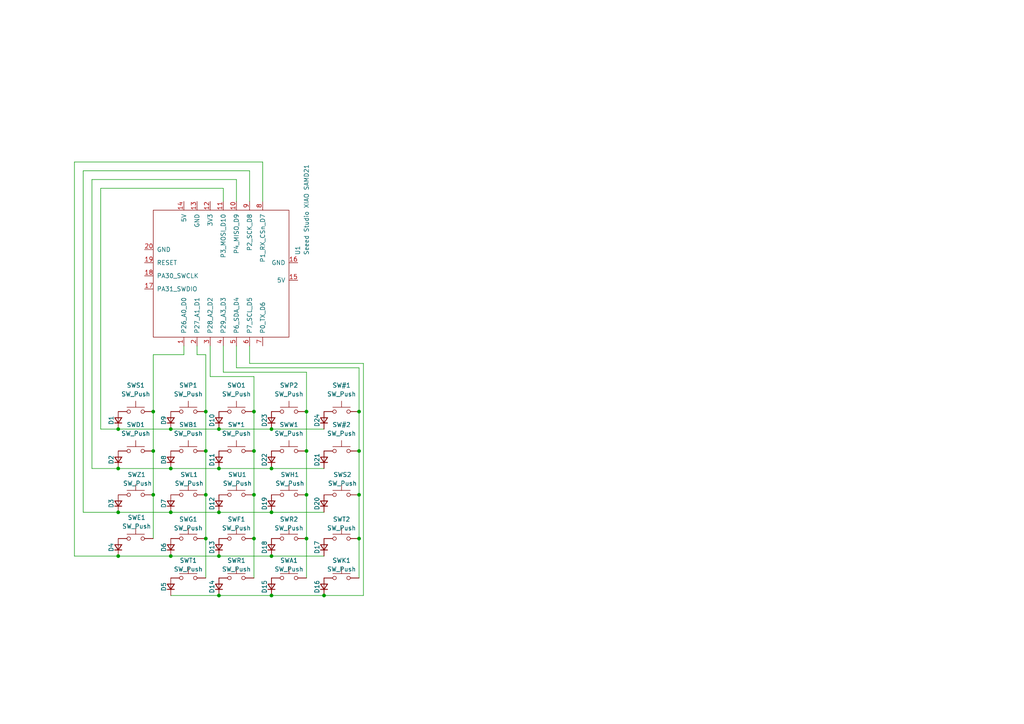
<source format=kicad_sch>
(kicad_sch (version 20231120) (generator "eeschema") (generator_version "8.0")
  (paper "A4")
  (lib_symbols
    (symbol "Device:D_Small" (pin_numbers hide) (pin_names (offset 0.254) hide)
      (property "Reference" "D" (at -1.27 2.032 0))
      (property "Value" "D_Small" (at -3.81 -2.032 0))
      (symbol "D_Small_0_1"
        (polyline (pts (xy -0.762 -1.016) (xy -0.762 1.016)) (stroke (width 0.254)))
        (polyline (pts (xy -0.762 0) (xy 0.762 0)))
        (polyline (pts (xy 0.762 -1.016) (xy -0.762 0) (xy 0.762 1.016) (xy 0.762 -1.016)) (stroke (width 0.254)))
      )
      (symbol "D_Small_1_1"
        (pin passive line (at -2.54 0 0) (length 1.778) (name "K") (number "1"))
        (pin passive line (at 2.54 0 180) (length 1.778) (name "A") (number "2"))
      )
    )
    (symbol "Seeed_Studio_XIAO_Series:Seeed Studio XIAO RP2040" (pin_names (offset 1.016))
      (property "Reference" "U" (at -19.05 22.86 0))
      (property "Value" "Seeed Studio XIAO RP2040" (at -12.7 21.59 0))
      (symbol "Seeed Studio XIAO RP2040_0_1"
        (rectangle (start -19.05 20.32) (end 17.78 -19.05))
      )
      (symbol "Seeed Studio XIAO RP2040_1_1"
        (pin unspecified line (at -21.59 11.43 0) (length 2.54) (name "P26_A0_D0") (number "1"))
        (pin unspecified line (at 20.32 -3.81 180) (length 2.54) (name "P4_MISO_D9") (number "10"))
        (pin unspecified line (at 20.32 0 180) (length 2.54) (name "P3_MOSI_D10") (number "11"))
        (pin unspecified line (at 20.32 3.81 180) (length 2.54) (name "3V3") (number "12"))
        (pin unspecified line (at 20.32 7.62 180) (length 2.54) (name "GND") (number "13"))
        (pin unspecified line (at 20.32 11.43 180) (length 2.54) (name "5V") (number "14"))
        (pin input line (at -2.54 -21.59 90) (length 2.54) (name "5V") (number "15"))
        (pin input line (at 2.54 -21.59 90) (length 2.54) (name "GND") (number "16"))
        (pin input line (at -5.08 22.86 270) (length 2.54) (name "PA31_SWDIO") (number "17"))
        (pin input line (at -1.27 22.86 270) (length 2.54) (name "PA30_SWCLK") (number "18"))
        (pin input line (at 2.54 22.86 270) (length 2.54) (name "RESET") (number "19"))
        (pin unspecified line (at -21.59 7.62 0) (length 2.54) (name "P27_A1_D1") (number "2"))
        (pin input line (at 6.35 22.86 270) (length 2.54) (name "GND") (number "20"))
        (pin unspecified line (at -21.59 3.81 0) (length 2.54) (name "P28_A2_D2") (number "3"))
        (pin unspecified line (at -21.59 0 0) (length 2.54) (name "P29_A3_D3") (number "4"))
        (pin unspecified line (at -21.59 -3.81 0) (length 2.54) (name "P6_SDA_D4") (number "5"))
        (pin unspecified line (at -21.59 -7.62 0) (length 2.54) (name "P7_SCL_D5") (number "6"))
        (pin unspecified line (at -21.59 -11.43 0) (length 2.54) (name "P0_TX_D6") (number "7"))
        (pin unspecified line (at 20.32 -11.43 180) (length 2.54) (name "P1_RX_CSn_D7") (number "8"))
        (pin unspecified line (at 20.32 -7.62 180) (length 2.54) (name "P2_SCK_D8") (number "9"))
      )
    )
    (symbol "Switch:SW_Push" (pin_numbers hide) (pin_names (offset 1.016) hide)
      (property "Reference" "SW" (at 1.27 2.54 0))
      (property "Value" "SW_Push" (at 0 -1.524 0))
      (symbol "SW_Push_0_1"
        (circle (center -2.032 0) (radius 0.508))
        (polyline (pts (xy 0 1.27) (xy 0 3.048)))
        (polyline (pts (xy 2.54 1.27) (xy -2.54 1.27)))
        (circle (center 2.032 0) (radius 0.508))
        (pin passive line (at -5.08 0 0) (length 2.54) (name "1") (number "1"))
        (pin passive line (at 5.08 0 180) (length 2.54) (name "2") (number "2"))
      )
    )
  )
  (junction (at 34.29 124.46))
  (junction (at 93.98 172.72))
  (junction (at 63.5 172.72))
  (junction (at 63.5 135.89))
  (junction (at 49.53 148.59))
  (junction (at 73.66 130.81))
  (junction (at 88.9 156.21))
  (junction (at 88.9 130.81))
  (junction (at 104.14 143.51))
  (junction (at 44.45 130.81))
  (junction (at 73.66 156.21))
  (junction (at 63.5 124.46))
  (junction (at 78.74 135.89))
  (junction (at 63.5 161.29))
  (junction (at 104.14 156.21))
  (junction (at 78.74 161.29))
  (junction (at 88.9 143.51))
  (junction (at 88.9 119.38))
  (junction (at 59.69 130.81))
  (junction (at 59.69 119.38))
  (junction (at 78.74 172.72))
  (junction (at 44.45 119.38))
  (junction (at 49.53 161.29))
  (junction (at 49.53 135.89))
  (junction (at 59.69 143.51))
  (junction (at 34.29 148.59))
  (junction (at 59.69 156.21))
  (junction (at 34.29 135.89))
  (junction (at 73.66 119.38))
  (junction (at 104.14 130.81))
  (junction (at 49.53 124.46))
  (junction (at 63.5 148.59))
  (junction (at 34.29 161.29))
  (junction (at 78.74 124.46))
  (junction (at 73.66 143.51))
  (junction (at 78.74 148.59))
  (junction (at 44.45 143.51))
  (junction (at 104.14 119.38))
  (wire (pts (xy 73.66 119.38) (xy 73.66 130.81)))
  (wire (pts (xy 73.66 130.81) (xy 73.66 143.51)))
  (wire (pts (xy 49.53 161.29) (xy 63.5 161.29)))
  (wire (pts (xy 78.74 135.89) (xy 93.98 135.89)))
  (wire (pts (xy 104.14 130.81) (xy 104.14 143.51)))
  (wire (pts (xy 26.67 52.07) (xy 68.58 52.07)))
  (wire (pts (xy 78.74 124.46) (xy 93.98 124.46)))
  (wire (pts (xy 93.98 172.72) (xy 105.41 172.72)))
  (wire (pts (xy 76.2 46.99) (xy 76.2 58.42)))
  (wire (pts (xy 59.69 119.38) (xy 59.69 130.81)))
  (wire (pts (xy 34.29 161.29) (xy 49.53 161.29)))
  (wire (pts (xy 72.39 49.53) (xy 72.39 58.42)))
  (wire (pts (xy 59.69 156.21) (xy 59.69 167.64)))
  (wire (pts (xy 63.5 135.89) (xy 78.74 135.89)))
  (wire (pts (xy 59.69 143.51) (xy 59.69 156.21)))
  (wire (pts (xy 63.5 172.72) (xy 78.74 172.72)))
  (wire (pts (xy 44.45 119.38) (xy 44.45 130.81)))
  (wire (pts (xy 105.41 105.41) (xy 105.41 172.72)))
  (wire (pts (xy 64.77 58.42) (xy 64.77 54.61)))
  (wire (pts (xy 49.53 148.59) (xy 63.5 148.59)))
  (wire (pts (xy 53.34 102.87) (xy 44.45 102.87)))
  (wire (pts (xy 104.14 143.51) (xy 104.14 156.21)))
  (wire (pts (xy 26.67 135.89) (xy 26.67 52.07)))
  (wire (pts (xy 88.9 107.95) (xy 88.9 119.38)))
  (wire (pts (xy 34.29 148.59) (xy 49.53 148.59)))
  (wire (pts (xy 64.77 54.61) (xy 29.21 54.61)))
  (wire (pts (xy 34.29 161.29) (xy 21.59 161.29)))
  (wire (pts (xy 34.29 135.89) (xy 26.67 135.89)))
  (wire (pts (xy 63.5 148.59) (xy 78.74 148.59)))
  (wire (pts (xy 64.77 107.95) (xy 88.9 107.95)))
  (wire (pts (xy 44.45 130.81) (xy 44.45 143.51)))
  (wire (pts (xy 104.14 106.68) (xy 104.14 119.38)))
  (wire (pts (xy 88.9 130.81) (xy 88.9 143.51)))
  (wire (pts (xy 59.69 102.87) (xy 59.69 119.38)))
  (wire (pts (xy 104.14 119.38) (xy 104.14 130.81)))
  (wire (pts (xy 72.39 105.41) (xy 105.41 105.41)))
  (wire (pts (xy 44.45 143.51) (xy 44.45 156.21)))
  (wire (pts (xy 34.29 124.46) (xy 49.53 124.46)))
  (wire (pts (xy 24.13 49.53) (xy 72.39 49.53)))
  (wire (pts (xy 34.29 148.59) (xy 24.13 148.59)))
  (wire (pts (xy 88.9 119.38) (xy 88.9 130.81)))
  (wire (pts (xy 24.13 148.59) (xy 24.13 49.53)))
  (wire (pts (xy 21.59 46.99) (xy 76.2 46.99)))
  (wire (pts (xy 60.96 109.22) (xy 73.66 109.22)))
  (wire (pts (xy 29.21 54.61) (xy 29.21 124.46)))
  (wire (pts (xy 34.29 135.89) (xy 49.53 135.89)))
  (wire (pts (xy 72.39 100.33) (xy 72.39 105.41)))
  (wire (pts (xy 73.66 109.22) (xy 73.66 119.38)))
  (wire (pts (xy 78.74 172.72) (xy 93.98 172.72)))
  (wire (pts (xy 104.14 156.21) (xy 104.14 167.64)))
  (wire (pts (xy 57.15 100.33) (xy 57.15 102.87)))
  (wire (pts (xy 49.53 124.46) (xy 63.5 124.46)))
  (wire (pts (xy 29.21 124.46) (xy 34.29 124.46)))
  (wire (pts (xy 88.9 143.51) (xy 88.9 156.21)))
  (wire (pts (xy 73.66 156.21) (xy 73.66 167.64)))
  (wire (pts (xy 59.69 130.81) (xy 59.69 143.51)))
  (wire (pts (xy 63.5 161.29) (xy 78.74 161.29)))
  (wire (pts (xy 78.74 161.29) (xy 93.98 161.29)))
  (wire (pts (xy 49.53 172.72) (xy 63.5 172.72)))
  (wire (pts (xy 78.74 148.59) (xy 93.98 148.59)))
  (wire (pts (xy 88.9 156.21) (xy 88.9 167.64)))
  (wire (pts (xy 21.59 161.29) (xy 21.59 46.99)))
  (wire (pts (xy 68.58 52.07) (xy 68.58 58.42)))
  (wire (pts (xy 64.77 100.33) (xy 64.77 107.95)))
  (wire (pts (xy 68.58 106.68) (xy 104.14 106.68)))
  (wire (pts (xy 57.15 102.87) (xy 59.69 102.87)))
  (wire (pts (xy 60.96 100.33) (xy 60.96 109.22)))
  (wire (pts (xy 53.34 100.33) (xy 53.34 102.87)))
  (wire (pts (xy 44.45 102.87) (xy 44.45 119.38)))
  (wire (pts (xy 63.5 124.46) (xy 78.74 124.46)))
  (wire (pts (xy 68.58 100.33) (xy 68.58 106.68)))
  (wire (pts (xy 49.53 135.89) (xy 63.5 135.89)))
  (wire (pts (xy 73.66 143.51) (xy 73.66 156.21)))
  (symbol (lib_id "Switch:SW_Push") (at 68.58 143.51 0) (unit 1)
    (property "Reference" "SWU1" (at 68.834 137.668 0))
    (property "Value" "SW_Push" (at 68.834 140.208 0))
    (property "Footprint" "Button_Switch_Keyboard:SW_Matias_1.00u" (effects (hide yes)))
    (property "Description" "Push button switch, generic, two pins" (effects (hide yes)))
  )
  (symbol (lib_id "Switch:SW_Push") (at 83.82 130.81 0) (mirror y) (unit 1)
    (property "Reference" "SWW1" (at 83.82 123.19 0))
    (property "Value" "SW_Push" (at 83.82 125.73 0))
    (property "Footprint" "Button_Switch_Keyboard:SW_Matias_1.00u" (effects (hide yes)))
    (property "Description" "Push button switch, generic, two pins" (effects (hide yes)))
  )
  (symbol (lib_id "Switch:SW_Push") (at 54.61 143.51 0) (unit 1)
    (property "Reference" "SWL1" (at 54.864 137.668 0))
    (property "Value" "SW_Push" (at 54.864 140.208 0))
    (property "Footprint" "Button_Switch_Keyboard:SW_Matias_1.00u" (effects (hide yes)))
    (property "Description" "Push button switch, generic, two pins" (effects (hide yes)))
  )
  (symbol (lib_id "Device:D_Small") (at 93.98 121.92 90) (unit 1)
    (property "Reference" "D24" (at 91.948 121.92 0))
    (property "Value" "D_Small" (effects (hide yes)))
    (property "Footprint" "Diode_THT:D_DO-41_SOD81_P7.62mm_Horizontal" (effects (hide yes)))
    (property "Description" "Diode, small symbol" (effects (hide yes)))
    (property "Sim.Device" "D" (effects (hide yes)))
    (property "Sim.Pins" "1=K 2=A" (effects (hide yes)))
  )
  (symbol (lib_id "Switch:SW_Push") (at 83.82 119.38 0) (mirror y) (unit 1)
    (property "Reference" "SWP2" (at 83.82 111.76 0))
    (property "Value" "SW_Push" (at 83.82 114.3 0))
    (property "Footprint" "Button_Switch_Keyboard:SW_Matias_1.00u" (effects (hide yes)))
    (property "Description" "Push button switch, generic, two pins" (effects (hide yes)))
  )
  (symbol (lib_id "Switch:SW_Push") (at 39.37 156.21 0) (unit 1)
    (property "Reference" "SWE1" (at 39.624 150.114 0))
    (property "Value" "SW_Push" (at 39.624 152.654 0))
    (property "Footprint" "Button_Switch_Keyboard:SW_Matias_1.00u" (effects (hide yes)))
    (property "Description" "Push button switch, generic, two pins" (effects (hide yes)))
  )
  (symbol (lib_id "Device:D_Small") (at 49.53 133.35 90) (unit 1)
    (property "Reference" "D8" (at 47.498 133.35 0))
    (property "Value" "D_Small" (effects (hide yes)))
    (property "Footprint" "Diode_THT:D_DO-41_SOD81_P7.62mm_Horizontal" (effects (hide yes)))
    (property "Description" "Diode, small symbol" (effects (hide yes)))
    (property "Sim.Device" "D" (effects (hide yes)))
    (property "Sim.Pins" "1=K 2=A" (effects (hide yes)))
  )
  (symbol (lib_id "Switch:SW_Push") (at 39.37 119.38 0) (unit 1)
    (property "Reference" "SWS1" (at 39.37 111.76 0))
    (property "Value" "SW_Push" (at 39.37 114.3 0))
    (property "Footprint" "Button_Switch_Keyboard:SW_Matias_1.00u" (effects (hide yes)))
    (property "Description" "Push button switch, generic, two pins" (effects (hide yes)))
  )
  (symbol (lib_id "Device:D_Small") (at 34.29 158.75 90) (unit 1)
    (property "Reference" "D4" (at 32.258 158.75 0))
    (property "Value" "D_Small" (effects (hide yes)))
    (property "Footprint" "Diode_THT:D_DO-41_SOD81_P7.62mm_Horizontal" (effects (hide yes)))
    (property "Description" "Diode, small symbol" (effects (hide yes)))
    (property "Sim.Device" "D" (effects (hide yes)))
    (property "Sim.Pins" "1=K 2=A" (effects (hide yes)))
  )
  (symbol (lib_id "Switch:SW_Push") (at 54.61 156.21 0) (unit 1)
    (property "Reference" "SWG1" (at 54.61 150.622 0))
    (property "Value" "SW_Push" (at 54.61 153.162 0))
    (property "Footprint" "Button_Switch_Keyboard:SW_Matias_1.00u" (effects (hide yes)))
    (property "Description" "Push button switch, generic, two pins" (effects (hide yes)))
  )
  (symbol (lib_id "Device:D_Small") (at 49.53 158.75 90) (unit 1)
    (property "Reference" "D6" (at 47.498 158.75 0))
    (property "Value" "D_Small" (effects (hide yes)))
    (property "Footprint" "Diode_THT:D_DO-41_SOD81_P7.62mm_Horizontal" (effects (hide yes)))
    (property "Description" "Diode, small symbol" (effects (hide yes)))
    (property "Sim.Device" "D" (effects (hide yes)))
    (property "Sim.Pins" "1=K 2=A" (effects (hide yes)))
  )
  (symbol (lib_id "Switch:SW_Push") (at 54.61 119.38 0) (unit 1)
    (property "Reference" "SWP1" (at 54.61 111.76 0))
    (property "Value" "SW_Push" (at 54.61 114.3 0))
    (property "Footprint" "Button_Switch_Keyboard:SW_Matias_1.00u" (effects (hide yes)))
    (property "Description" "Push button switch, generic, two pins" (effects (hide yes)))
  )
  (symbol (lib_id "Device:D_Small") (at 49.53 170.18 90) (unit 1)
    (property "Reference" "D5" (at 47.498 170.18 0))
    (property "Value" "D_Small" (effects (hide yes)))
    (property "Footprint" "Diode_THT:D_DO-41_SOD81_P7.62mm_Horizontal" (effects (hide yes)))
    (property "Description" "Diode, small symbol" (effects (hide yes)))
    (property "Sim.Device" "D" (effects (hide yes)))
    (property "Sim.Pins" "1=K 2=A" (effects (hide yes)))
  )
  (symbol (lib_id "Device:D_Small") (at 63.5 133.35 90) (unit 1)
    (property "Reference" "D11" (at 61.468 133.35 0))
    (property "Value" "D_Small" (effects (hide yes)))
    (property "Footprint" "Diode_THT:D_DO-41_SOD81_P7.62mm_Horizontal" (effects (hide yes)))
    (property "Description" "Diode, small symbol" (effects (hide yes)))
    (property "Sim.Device" "D" (effects (hide yes)))
    (property "Sim.Pins" "1=K 2=A" (effects (hide yes)))
  )
  (symbol (lib_id "Device:D_Small") (at 93.98 133.35 90) (unit 1)
    (property "Reference" "D21" (at 91.948 133.35 0))
    (property "Value" "D_Small" (effects (hide yes)))
    (property "Footprint" "Diode_THT:D_DO-41_SOD81_P7.62mm_Horizontal" (effects (hide yes)))
    (property "Description" "Diode, small symbol" (effects (hide yes)))
    (property "Sim.Device" "D" (effects (hide yes)))
    (property "Sim.Pins" "1=K 2=A" (effects (hide yes)))
  )
  (symbol (lib_id "Switch:SW_Push") (at 68.58 130.81 0) (unit 1)
    (property "Reference" "SW*1" (at 68.58 123.19 0))
    (property "Value" "SW_Push" (at 68.58 125.73 0))
    (property "Footprint" "Button_Switch_Keyboard:SW_Matias_1.00u" (effects (hide yes)))
    (property "Description" "Push button switch, generic, two pins" (effects (hide yes)))
  )
  (symbol (lib_id "Device:D_Small") (at 34.29 133.35 90) (unit 1)
    (property "Reference" "D2" (at 32.258 133.35 0))
    (property "Value" "D_Small" (effects (hide yes)))
    (property "Footprint" "Diode_THT:D_DO-41_SOD81_P7.62mm_Horizontal" (effects (hide yes)))
    (property "Description" "Diode, small symbol" (effects (hide yes)))
    (property "Sim.Device" "D" (effects (hide yes)))
    (property "Sim.Pins" "1=K 2=A" (effects (hide yes)))
  )
  (symbol (lib_id "Device:D_Small") (at 93.98 146.05 90) (unit 1)
    (property "Reference" "D20" (at 91.948 146.05 0))
    (property "Value" "D_Small" (effects (hide yes)))
    (property "Footprint" "Diode_THT:D_DO-41_SOD81_P7.62mm_Horizontal" (effects (hide yes)))
    (property "Description" "Diode, small symbol" (effects (hide yes)))
    (property "Sim.Device" "D" (effects (hide yes)))
    (property "Sim.Pins" "1=K 2=A" (effects (hide yes)))
  )
  (symbol (lib_id "Switch:SW_Push") (at 68.58 119.38 0) (unit 1)
    (property "Reference" "SWO1" (at 68.58 111.76 0))
    (property "Value" "SW_Push" (at 68.58 114.3 0))
    (property "Footprint" "Button_Switch_Keyboard:SW_Matias_1.00u" (effects (hide yes)))
    (property "Description" "Push button switch, generic, two pins" (effects (hide yes)))
  )
  (symbol (lib_id "Switch:SW_Push") (at 83.82 167.64 0) (mirror y) (unit 1)
    (property "Reference" "SWA1" (at 83.82 162.56 0))
    (property "Value" "SW_Push" (at 83.82 165.1 0))
    (property "Footprint" "Button_Switch_Keyboard:SW_Matias_1.00u" (effects (hide yes)))
    (property "Description" "Push button switch, generic, two pins" (effects (hide yes)))
  )
  (symbol (lib_id "Switch:SW_Push") (at 54.61 167.64 0) (unit 1)
    (property "Reference" "SWT1" (at 54.61 162.56 0))
    (property "Value" "SW_Push" (at 54.61 165.1 0))
    (property "Footprint" "Button_Switch_Keyboard:SW_Matias_1.00u" (effects (hide yes)))
    (property "Description" "Push button switch, generic, two pins" (effects (hide yes)))
  )
  (symbol (lib_id "Device:D_Small") (at 78.74 146.05 90) (unit 1)
    (property "Reference" "D19" (at 76.708 146.05 0))
    (property "Value" "D_Small" (effects (hide yes)))
    (property "Footprint" "Diode_THT:D_DO-41_SOD81_P7.62mm_Horizontal" (effects (hide yes)))
    (property "Description" "Diode, small symbol" (effects (hide yes)))
    (property "Sim.Device" "D" (effects (hide yes)))
    (property "Sim.Pins" "1=K 2=A" (effects (hide yes)))
  )
  (symbol (lib_id "Device:D_Small") (at 63.5 170.18 90) (unit 1)
    (property "Reference" "D14" (at 61.468 170.18 0))
    (property "Value" "D_Small" (effects (hide yes)))
    (property "Footprint" "Diode_THT:D_DO-41_SOD81_P7.62mm_Horizontal" (effects (hide yes)))
    (property "Description" "Diode, small symbol" (effects (hide yes)))
    (property "Sim.Device" "D" (effects (hide yes)))
    (property "Sim.Pins" "1=K 2=A" (effects (hide yes)))
  )
  (symbol (lib_id "Switch:SW_Push") (at 99.06 119.38 0) (unit 1)
    (property "Reference" "SW#1" (at 99.06 111.76 0))
    (property "Value" "SW_Push" (at 99.06 114.3 0))
    (property "Footprint" "Button_Switch_Keyboard:SW_Matias_1.00u" (effects (hide yes)))
    (property "Description" "Push button switch, generic, two pins" (effects (hide yes)))
  )
  (symbol (lib_id "Device:D_Small") (at 78.74 170.18 90) (unit 1)
    (property "Reference" "D15" (at 76.708 170.18 0))
    (property "Value" "D_Small" (effects (hide yes)))
    (property "Footprint" "Diode_THT:D_DO-41_SOD81_P7.62mm_Horizontal" (effects (hide yes)))
    (property "Description" "Diode, small symbol" (effects (hide yes)))
    (property "Sim.Device" "D" (effects (hide yes)))
    (property "Sim.Pins" "1=K 2=A" (effects (hide yes)))
  )
  (symbol (lib_id "Device:D_Small") (at 93.98 158.75 90) (unit 1)
    (property "Reference" "D17" (at 91.948 158.75 0))
    (property "Value" "D_Small" (effects (hide yes)))
    (property "Footprint" "Diode_THT:D_DO-41_SOD81_P7.62mm_Horizontal" (effects (hide yes)))
    (property "Description" "Diode, small symbol" (effects (hide yes)))
    (property "Sim.Device" "D" (effects (hide yes)))
    (property "Sim.Pins" "1=K 2=A" (effects (hide yes)))
  )
  (symbol (lib_id "Seeed_Studio_XIAO_Series:Seeed Studio XIAO RP2040") (at 64.77 78.74 90) (unit 1)
    (property "Reference" "U1" (at 86.36 74.0059 0) (effects (justify left)))
    (property "Value" "Seeed Studio XIAO SAMD21" (at 88.9 74.0059 0) (effects (justify left)))
    (property "Footprint" "footprints:XIAO-SAMD21-RP2040-14P-2.54-21X17.8MM (Seeeduino XIAO)" (effects (hide yes)))
  )
  (symbol (lib_id "Device:D_Small") (at 78.74 133.35 90) (unit 1)
    (property "Reference" "D22" (at 76.708 133.35 0))
    (property "Value" "D_Small" (effects (hide yes)))
    (property "Footprint" "Diode_THT:D_DO-41_SOD81_P7.62mm_Horizontal" (effects (hide yes)))
    (property "Description" "Diode, small symbol" (effects (hide yes)))
    (property "Sim.Device" "D" (effects (hide yes)))
    (property "Sim.Pins" "1=K 2=A" (effects (hide yes)))
  )
  (symbol (lib_id "Device:D_Small") (at 34.29 146.05 90) (unit 1)
    (property "Reference" "D3" (at 32.258 146.05 0))
    (property "Value" "D_Small" (effects (hide yes)))
    (property "Footprint" "Diode_THT:D_DO-41_SOD81_P7.62mm_Horizontal" (effects (hide yes)))
    (property "Description" "Diode, small symbol" (effects (hide yes)))
    (property "Sim.Device" "D" (effects (hide yes)))
    (property "Sim.Pins" "1=K 2=A" (effects (hide yes)))
  )
  (symbol (lib_id "Device:D_Small") (at 63.5 146.05 90) (unit 1)
    (property "Reference" "D12" (at 61.468 146.05 0))
    (property "Value" "D_Small" (effects (hide yes)))
    (property "Footprint" "Diode_THT:D_DO-41_SOD81_P7.62mm_Horizontal" (effects (hide yes)))
    (property "Description" "Diode, small symbol" (effects (hide yes)))
    (property "Sim.Device" "D" (effects (hide yes)))
    (property "Sim.Pins" "1=K 2=A" (effects (hide yes)))
  )
  (symbol (lib_id "Device:D_Small") (at 78.74 121.92 90) (unit 1)
    (property "Reference" "D23" (at 76.708 121.92 0))
    (property "Value" "D_Small" (effects (hide yes)))
    (property "Footprint" "Diode_THT:D_DO-41_SOD81_P7.62mm_Horizontal" (effects (hide yes)))
    (property "Description" "Diode, small symbol" (effects (hide yes)))
    (property "Sim.Device" "D" (effects (hide yes)))
    (property "Sim.Pins" "1=K 2=A" (effects (hide yes)))
  )
  (symbol (lib_id "Switch:SW_Push") (at 68.58 167.64 0) (unit 1)
    (property "Reference" "SWR1" (at 68.58 162.56 0))
    (property "Value" "SW_Push" (at 68.58 165.1 0))
    (property "Footprint" "Button_Switch_Keyboard:SW_Matias_1.00u" (effects (hide yes)))
    (property "Description" "Push button switch, generic, two pins" (effects (hide yes)))
  )
  (symbol (lib_id "Device:D_Small") (at 49.53 146.05 90) (unit 1)
    (property "Reference" "D7" (at 47.498 146.05 0))
    (property "Value" "D_Small" (effects (hide yes)))
    (property "Footprint" "Diode_THT:D_DO-41_SOD81_P7.62mm_Horizontal" (effects (hide yes)))
    (property "Description" "Diode, small symbol" (effects (hide yes)))
    (property "Sim.Device" "D" (effects (hide yes)))
    (property "Sim.Pins" "1=K 2=A" (effects (hide yes)))
  )
  (symbol (lib_id "Device:D_Small") (at 49.53 121.92 90) (unit 1)
    (property "Reference" "D9" (at 47.498 121.92 0))
    (property "Value" "D_Small" (effects (hide yes)))
    (property "Footprint" "Diode_THT:D_DO-41_SOD81_P7.62mm_Horizontal" (effects (hide yes)))
    (property "Description" "Diode, small symbol" (effects (hide yes)))
    (property "Sim.Device" "D" (effects (hide yes)))
    (property "Sim.Pins" "1=K 2=A" (effects (hide yes)))
  )
  (symbol (lib_id "Device:D_Small") (at 63.5 121.92 90) (unit 1)
    (property "Reference" "D10" (at 61.468 121.92 0))
    (property "Value" "D_Small" (effects (hide yes)))
    (property "Footprint" "Diode_THT:D_DO-41_SOD81_P7.62mm_Horizontal" (effects (hide yes)))
    (property "Description" "Diode, small symbol" (effects (hide yes)))
    (property "Sim.Device" "D" (effects (hide yes)))
    (property "Sim.Pins" "1=K 2=A" (effects (hide yes)))
  )
  (symbol (lib_id "Switch:SW_Push") (at 83.82 143.51 0) (mirror y) (unit 1)
    (property "Reference" "SWH1" (at 84.074 137.668 0))
    (property "Value" "SW_Push" (at 84.074 140.208 0))
    (property "Footprint" "Button_Switch_Keyboard:SW_Matias_1.00u" (effects (hide yes)))
    (property "Description" "Push button switch, generic, two pins" (effects (hide yes)))
  )
  (symbol (lib_id "Switch:SW_Push") (at 39.37 130.81 0) (unit 1)
    (property "Reference" "SWD1" (at 39.37 123.19 0))
    (property "Value" "SW_Push" (at 39.37 125.73 0))
    (property "Footprint" "Button_Switch_Keyboard:SW_Matias_1.00u" (effects (hide yes)))
    (property "Description" "Push button switch, generic, two pins" (effects (hide yes)))
  )
  (symbol (lib_id "Switch:SW_Push") (at 99.06 156.21 0) (unit 1)
    (property "Reference" "SWT2" (at 99.06 150.622 0))
    (property "Value" "SW_Push" (at 99.06 153.162 0))
    (property "Footprint" "Button_Switch_Keyboard:SW_Matias_1.00u" (effects (hide yes)))
    (property "Description" "Push button switch, generic, two pins" (effects (hide yes)))
  )
  (symbol (lib_id "Switch:SW_Push") (at 99.06 130.81 0) (unit 1)
    (property "Reference" "SW#2" (at 99.06 123.19 0))
    (property "Value" "SW_Push" (at 99.06 125.73 0))
    (property "Footprint" "Button_Switch_Keyboard:SW_Matias_1.00u" (effects (hide yes)))
    (property "Description" "Push button switch, generic, two pins" (effects (hide yes)))
  )
  (symbol (lib_id "Switch:SW_Push") (at 83.82 156.21 0) (mirror y) (unit 1)
    (property "Reference" "SWR2" (at 83.82 150.622 0))
    (property "Value" "SW_Push" (at 83.82 153.162 0))
    (property "Footprint" "Button_Switch_Keyboard:SW_Matias_1.00u" (effects (hide yes)))
    (property "Description" "Push button switch, generic, two pins" (effects (hide yes)))
  )
  (symbol (lib_id "Switch:SW_Push") (at 68.58 156.21 0) (unit 1)
    (property "Reference" "SWF1" (at 68.58 150.622 0))
    (property "Value" "SW_Push" (at 68.58 153.162 0))
    (property "Footprint" "Button_Switch_Keyboard:SW_Matias_1.00u" (effects (hide yes)))
    (property "Description" "Push button switch, generic, two pins" (effects (hide yes)))
  )
  (symbol (lib_id "Device:D_Small") (at 93.98 170.18 90) (unit 1)
    (property "Reference" "D16" (at 91.948 170.18 0))
    (property "Value" "D_Small" (effects (hide yes)))
    (property "Footprint" "Diode_THT:D_DO-41_SOD81_P7.62mm_Horizontal" (effects (hide yes)))
    (property "Description" "Diode, small symbol" (effects (hide yes)))
    (property "Sim.Device" "D" (effects (hide yes)))
    (property "Sim.Pins" "1=K 2=A" (effects (hide yes)))
  )
  (symbol (lib_id "Switch:SW_Push") (at 99.06 143.51 0) (unit 1)
    (property "Reference" "SWS2" (at 99.314 137.668 0))
    (property "Value" "SW_Push" (at 99.314 140.208 0))
    (property "Footprint" "Button_Switch_Keyboard:SW_Matias_1.00u" (effects (hide yes)))
    (property "Description" "Push button switch, generic, two pins" (effects (hide yes)))
  )
  (symbol (lib_id "Device:D_Small") (at 63.5 158.75 90) (unit 1)
    (property "Reference" "D13" (at 61.468 158.75 0))
    (property "Value" "D_Small" (effects (hide yes)))
    (property "Footprint" "Diode_THT:D_DO-41_SOD81_P7.62mm_Horizontal" (effects (hide yes)))
    (property "Description" "Diode, small symbol" (effects (hide yes)))
    (property "Sim.Device" "D" (effects (hide yes)))
    (property "Sim.Pins" "1=K 2=A" (effects (hide yes)))
  )
  (symbol (lib_id "Switch:SW_Push") (at 54.61 130.81 0) (unit 1)
    (property "Reference" "SWB1" (at 54.61 123.19 0))
    (property "Value" "SW_Push" (at 54.61 125.73 0))
    (property "Footprint" "Button_Switch_Keyboard:SW_Matias_1.00u" (effects (hide yes)))
    (property "Description" "Push button switch, generic, two pins" (effects (hide yes)))
  )
  (symbol (lib_id "Device:D_Small") (at 78.74 158.75 90) (unit 1)
    (property "Reference" "D18" (at 76.708 158.75 0))
    (property "Value" "D_Small" (effects (hide yes)))
    (property "Footprint" "Diode_THT:D_DO-41_SOD81_P7.62mm_Horizontal" (effects (hide yes)))
    (property "Description" "Diode, small symbol" (effects (hide yes)))
    (property "Sim.Device" "D" (effects (hide yes)))
    (property "Sim.Pins" "1=K 2=A" (effects (hide yes)))
  )
  (symbol (lib_id "Device:D_Small") (at 34.29 121.92 90) (unit 1)
    (property "Reference" "D1" (at 32.258 121.92 0))
    (property "Value" "D_Small" (effects (hide yes)))
    (property "Footprint" "Diode_THT:D_DO-41_SOD81_P7.62mm_Horizontal" (effects (hide yes)))
    (property "Description" "Diode, small symbol" (effects (hide yes)))
    (property "Sim.Device" "D" (effects (hide yes)))
    (property "Sim.Pins" "1=K 2=A" (effects (hide yes)))
  )
  (symbol (lib_id "Switch:SW_Push") (at 39.37 143.51 0) (unit 1)
    (property "Reference" "SWZ1" (at 39.624 137.668 0))
    (property "Value" "SW_Push" (at 39.878 140.208 0))
    (property "Footprint" "Button_Switch_Keyboard:SW_Matias_1.00u" (effects (hide yes)))
    (property "Description" "Push button switch, generic, two pins" (effects (hide yes)))
  )
  (symbol (lib_id "Switch:SW_Push") (at 99.06 167.64 0) (unit 1)
    (property "Reference" "SWK1" (at 99.06 162.56 0))
    (property "Value" "SW_Push" (at 99.06 165.1 0))
    (property "Footprint" "Button_Switch_Keyboard:SW_Matias_1.00u" (effects (hide yes)))
    (property "Description" "Push button switch, generic, two pins" (effects (hide yes)))
  )
)
</source>
